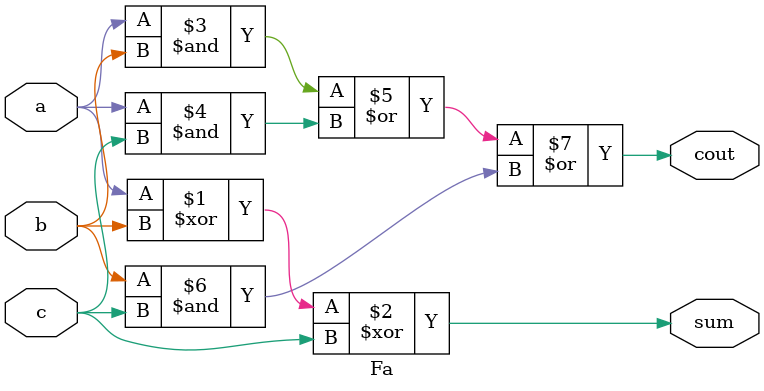
<source format=v>

module top_module( 
    input [99:0] a, b,
    input cin,
    output cout,
    output [99:0] sum );
    wire[98:0]c;
    Fa f1(a[0],b[0],cin,c[0],sum[0]);
    Fa f2(a[99],b[99],c[98],cout,sum[99]);
    genvar i;
    generate
        for(i=1;i<99;i=i+1)
            begin:Full_Adder_Block
                Fa f3(a[i],b[i],c[i-1],c[i],sum[i]);
            end
    endgenerate

endmodule
module Fa(input a,b,c,output cout,sum);
    assign sum=a^b^c;
    assign cout=a&b|a&c|b&c;
endmodule

</source>
